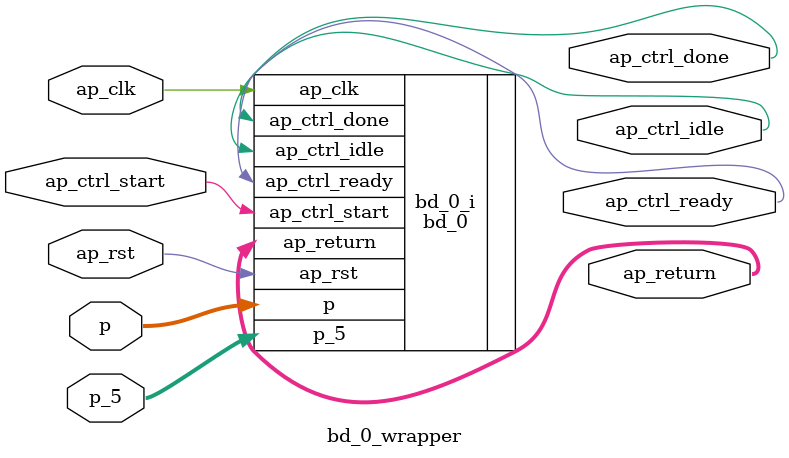
<source format=v>
`timescale 1 ps / 1 ps

module bd_0_wrapper
   (ap_clk,
    ap_ctrl_done,
    ap_ctrl_idle,
    ap_ctrl_ready,
    ap_ctrl_start,
    ap_return,
    ap_rst,
    p,
    p_5);
  input ap_clk;
  output ap_ctrl_done;
  output ap_ctrl_idle;
  output ap_ctrl_ready;
  input ap_ctrl_start;
  output [63:0]ap_return;
  input ap_rst;
  input [63:0]p;
  input [7:0]p_5;

  wire ap_clk;
  wire ap_ctrl_done;
  wire ap_ctrl_idle;
  wire ap_ctrl_ready;
  wire ap_ctrl_start;
  wire [63:0]ap_return;
  wire ap_rst;
  wire [63:0]p;
  wire [7:0]p_5;

  bd_0 bd_0_i
       (.ap_clk(ap_clk),
        .ap_ctrl_done(ap_ctrl_done),
        .ap_ctrl_idle(ap_ctrl_idle),
        .ap_ctrl_ready(ap_ctrl_ready),
        .ap_ctrl_start(ap_ctrl_start),
        .ap_return(ap_return),
        .ap_rst(ap_rst),
        .p(p),
        .p_5(p_5));
endmodule

</source>
